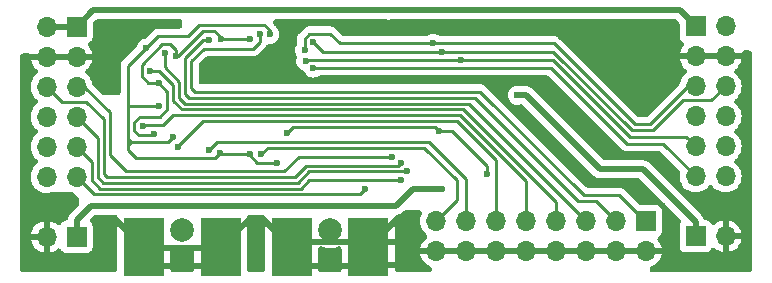
<source format=gbr>
%TF.GenerationSoftware,KiCad,Pcbnew,8.0.6*%
%TF.CreationDate,2024-11-18T23:24:10+07:00*%
%TF.ProjectId,MAX14866_PMOD,4d415831-3438-4363-965f-504d4f442e6b,rev?*%
%TF.SameCoordinates,Original*%
%TF.FileFunction,Copper,L2,Bot*%
%TF.FilePolarity,Positive*%
%FSLAX46Y46*%
G04 Gerber Fmt 4.6, Leading zero omitted, Abs format (unit mm)*
G04 Created by KiCad (PCBNEW 8.0.6) date 2024-11-18 23:24:10*
%MOMM*%
%LPD*%
G01*
G04 APERTURE LIST*
%TA.AperFunction,ComponentPad*%
%ADD10C,2.000000*%
%TD*%
%TA.AperFunction,SMDPad,CuDef*%
%ADD11R,3.500000X4.875000*%
%TD*%
%TA.AperFunction,ComponentPad*%
%ADD12R,1.700000X1.700000*%
%TD*%
%TA.AperFunction,ComponentPad*%
%ADD13O,1.700000X1.700000*%
%TD*%
%TA.AperFunction,ViaPad*%
%ADD14C,0.600000*%
%TD*%
%TA.AperFunction,Conductor*%
%ADD15C,0.500000*%
%TD*%
%TA.AperFunction,Conductor*%
%ADD16C,0.250000*%
%TD*%
G04 APERTURE END LIST*
D10*
%TO.P,REF\u002A\u002A,1*%
%TO.N,Net-(U2-COM0)*%
X26750000Y4250000D03*
%TD*%
D11*
%TO.P,J3,2,2*%
%TO.N,GND*%
X23500000Y2812500D03*
X30000000Y2812500D03*
%TD*%
D12*
%TO.P,J7,1,Pin_1*%
%TO.N,Net-(J7-Pin_1)*%
X57710000Y3760000D03*
D13*
%TO.P,J7,2,Pin_2*%
%TO.N,GND*%
X60250000Y3760000D03*
%TD*%
D12*
%TO.P,J2,1,1*%
%TO.N,+3.3V*%
X57710000Y21540000D03*
D13*
%TO.P,J2,2,2*%
X60250000Y21540000D03*
%TO.P,J2,3,3*%
%TO.N,GND*%
X57710000Y19000000D03*
%TO.P,J2,4,4*%
X60250000Y19000000D03*
%TO.P,J2,5,5*%
%TO.N,/SET*%
X57710000Y16460000D03*
%TO.P,J2,6,6*%
%TO.N,/CLR*%
X60250000Y16460000D03*
%TO.P,J2,7,7*%
%TO.N,/\u002ALE*%
X57710000Y13920000D03*
%TO.P,J2,8,8*%
%TO.N,unconnected-(J2-Pad8)*%
X60250000Y13920000D03*
%TO.P,J2,9,9*%
%TO.N,/CLK*%
X57710000Y11380000D03*
%TO.P,J2,10,10*%
%TO.N,unconnected-(J2-Pad10)*%
X60250000Y11380000D03*
%TO.P,J2,11,11*%
%TO.N,/DIN*%
X57710000Y8840000D03*
%TO.P,J2,12,12*%
%TO.N,unconnected-(J2-Pad12)*%
X60250000Y8840000D03*
%TD*%
D12*
%TO.P,J6,1,Pin_1*%
%TO.N,Net-(J6-Pin_1)*%
X5300000Y3720000D03*
D13*
%TO.P,J6,2,Pin_2*%
%TO.N,GND*%
X2760000Y3720000D03*
%TD*%
D10*
%TO.P,REF\u002A\u002A,1*%
%TO.N,Net-(U2-COM1)*%
X14250000Y4250000D03*
%TD*%
D12*
%TO.P,J4,1,1*%
%TO.N,+3.3V*%
X5300000Y21500000D03*
D13*
%TO.P,J4,2,2*%
X2760000Y21500000D03*
%TO.P,J4,3,3*%
%TO.N,GND*%
X5300000Y18960000D03*
%TO.P,J4,4,4*%
X2760000Y18960000D03*
%TO.P,J4,5,5*%
%TO.N,/SET*%
X5300000Y16420000D03*
%TO.P,J4,6,6*%
%TO.N,/CLR*%
X2760000Y16420000D03*
%TO.P,J4,7,7*%
%TO.N,/\u002ALE*%
X5300000Y13880000D03*
%TO.P,J4,8,8*%
%TO.N,unconnected-(J4-Pad8)*%
X2760000Y13880000D03*
%TO.P,J4,9,9*%
%TO.N,/CLK*%
X5300000Y11340000D03*
%TO.P,J4,10,10*%
%TO.N,unconnected-(J4-Pad10)*%
X2760000Y11340000D03*
%TO.P,J4,11,11*%
%TO.N,/DOUT*%
X5300000Y8800000D03*
%TO.P,J4,12,12*%
%TO.N,unconnected-(J4-Pad12)*%
X2760000Y8800000D03*
%TD*%
D11*
%TO.P,J1,2,2*%
%TO.N,GND*%
X11000000Y2812500D03*
X17500000Y2812500D03*
%TD*%
D12*
%TO.P,J5,1,Pin_1*%
%TO.N,/TR1*%
X53500000Y5040000D03*
D13*
%TO.P,J5,2,Pin_2*%
%TO.N,GND*%
X53500000Y2500000D03*
%TO.P,J5,3,Pin_3*%
%TO.N,/TR2*%
X50960000Y5040000D03*
%TO.P,J5,4,Pin_4*%
%TO.N,GND*%
X50960000Y2500000D03*
%TO.P,J5,5,Pin_5*%
%TO.N,/TR3*%
X48420000Y5040000D03*
%TO.P,J5,6,Pin_6*%
%TO.N,GND*%
X48420000Y2500000D03*
%TO.P,J5,7,Pin_7*%
%TO.N,/TR4*%
X45880000Y5040000D03*
%TO.P,J5,8,Pin_8*%
%TO.N,GND*%
X45880000Y2500000D03*
%TO.P,J5,9,Pin_9*%
%TO.N,/TR5*%
X43340000Y5040000D03*
%TO.P,J5,10,Pin_10*%
%TO.N,GND*%
X43340000Y2500000D03*
%TO.P,J5,11,Pin_11*%
%TO.N,/TR6*%
X40800000Y5040000D03*
%TO.P,J5,12,Pin_12*%
%TO.N,GND*%
X40800000Y2500000D03*
%TO.P,J5,13,Pin_13*%
%TO.N,/TR7*%
X38260000Y5040000D03*
%TO.P,J5,14,Pin_14*%
%TO.N,GND*%
X38260000Y2500000D03*
%TO.P,J5,15,Pin_15*%
%TO.N,/TR8*%
X35720000Y5040000D03*
%TO.P,J5,16,Pin_16*%
%TO.N,GND*%
X35720000Y2500000D03*
%TD*%
D14*
%TO.N,GND*%
X41250000Y15750000D03*
%TO.N,+3.3V*%
X31650000Y22900000D03*
%TO.N,GND*%
X52150000Y10500000D03*
X18200000Y17950000D03*
X20350000Y17950000D03*
X7750000Y17250000D03*
X8000000Y2750000D03*
X8000000Y1500000D03*
X7750000Y18750000D03*
X51150000Y10500000D03*
X5000000Y6500000D03*
X9750000Y21750000D03*
X22250000Y19600000D03*
X25200000Y21850000D03*
X20500000Y4000000D03*
X7750000Y20250000D03*
X15950000Y17950000D03*
X7750000Y21750000D03*
X3500000Y6500000D03*
X23850000Y21850000D03*
X44250000Y16950000D03*
X1000000Y2750000D03*
X55550000Y5550000D03*
X53250000Y19088000D03*
X11500000Y21750000D03*
X50300000Y11750000D03*
X32750000Y1300000D03*
X22600000Y21850000D03*
X31800000Y21450000D03*
X43950000Y21450000D03*
X1000000Y4250000D03*
X16000000Y17050000D03*
X46500000Y14750000D03*
X40150000Y21450000D03*
X13750000Y21750000D03*
X20500000Y5250000D03*
X19300000Y17950000D03*
X33750000Y5500000D03*
X17000000Y17050000D03*
X17000000Y17950000D03*
X43050000Y14050000D03*
X41900000Y21450000D03*
X56000000Y1750000D03*
X33100000Y21450000D03*
X19300000Y17050000D03*
X62000000Y1750000D03*
X56050000Y8300000D03*
X44500000Y12500000D03*
X7750000Y16000000D03*
X23050000Y20950000D03*
X1000000Y1500000D03*
X8000000Y4250000D03*
X32750000Y2500000D03*
X46500000Y11000000D03*
X38250000Y17000000D03*
X31500000Y17000000D03*
X18200000Y17050000D03*
X59000000Y1750000D03*
X1000000Y5750000D03*
X20500000Y2500000D03*
X32750000Y4000000D03*
X20350000Y17050000D03*
X20500000Y1300000D03*
X52750000Y20250000D03*
X33000000Y17000000D03*
%TO.N,Net-(J7-Pin_1)*%
X42600000Y15700000D03*
%TO.N,Net-(J6-Pin_1)*%
X36250000Y7750000D03*
%TO.N,Net-(U2-COM1)*%
X17500000Y20500000D03*
X20000000Y20500000D03*
X13750000Y19000000D03*
X11850000Y12450000D03*
X12250000Y16750000D03*
%TO.N,/DIN*%
X25350000Y18000000D03*
%TO.N,/CLR*%
X32750000Y10000000D03*
X25350000Y20200000D03*
X36200000Y19400000D03*
%TO.N,/\u002ALE*%
X36000000Y12650000D03*
X23150000Y12500000D03*
X33250000Y9250000D03*
X40050000Y9000000D03*
%TO.N,/SET*%
X24600000Y19500000D03*
X35500000Y20100000D03*
X32000000Y10500000D03*
%TO.N,/CLK*%
X24700000Y18600000D03*
X32750000Y8500000D03*
X37850000Y18700000D03*
%TO.N,Net-(U2-COM0)*%
X22250000Y10000000D03*
X17450000Y10800000D03*
X11200000Y19700000D03*
X19950000Y10750000D03*
X13450000Y12150000D03*
X21650000Y20850000D03*
X12250000Y14750000D03*
%TO.N,/DOUT*%
X29750000Y7750000D03*
%TO.N,/TR6*%
X13900000Y11300000D03*
%TO.N,/TR3*%
X12750000Y19250000D03*
%TO.N,/TR4*%
X11500000Y17750000D03*
%TO.N,/TR2*%
X16500000Y20350000D03*
%TO.N,/TR8*%
X20950000Y10700000D03*
%TO.N,/TR5*%
X10950000Y13100000D03*
%TO.N,/TR1*%
X20800000Y20850000D03*
%TO.N,/TR7*%
X16550000Y11100000D03*
%TD*%
D15*
%TO.N,+3.3V*%
X5300000Y21500000D02*
X2760000Y21500000D01*
X6700000Y22900000D02*
X5300000Y21500000D01*
X31650000Y22900000D02*
X6700000Y22900000D01*
X47100000Y22900000D02*
X56350000Y22900000D01*
X56350000Y22900000D02*
X57710000Y21540000D01*
X47100000Y22900000D02*
X31650000Y22900000D01*
%TO.N,GND*%
X28500000Y3262500D02*
X33887500Y3262500D01*
X23250000Y1250000D02*
X29750000Y1250000D01*
X33887500Y3262500D02*
X33950000Y3200000D01*
X11050000Y2750000D02*
X17550000Y2750000D01*
X23300000Y3300000D02*
X29800000Y3300000D01*
X10950000Y1250000D02*
X17450000Y1250000D01*
X28850000Y1300000D02*
X34350000Y1300000D01*
%TO.N,Net-(J7-Pin_1)*%
X49600000Y9450000D02*
X53250000Y9450000D01*
X42600000Y15700000D02*
X43350000Y15700000D01*
X57710000Y4990000D02*
X57710000Y3760000D01*
%TO.N,Net-(J6-Pin_1)*%
X6500000Y6350000D02*
X5300000Y5150000D01*
X33750000Y7750000D02*
X32350000Y6350000D01*
X5300000Y5150000D02*
X5300000Y3720000D01*
%TO.N,Net-(J7-Pin_1)*%
X43350000Y15700000D02*
X49600000Y9450000D01*
X53250000Y9450000D02*
X57710000Y4990000D01*
%TO.N,Net-(J6-Pin_1)*%
X32350000Y6350000D02*
X6500000Y6350000D01*
X36250000Y7750000D02*
X33750000Y7750000D01*
D16*
%TO.N,Net-(U2-COM1)*%
X10550000Y12350000D02*
X10200000Y12700000D01*
X16000000Y21150000D02*
X13850000Y19000000D01*
X12500000Y20000000D02*
X13250000Y20000000D01*
X13250000Y20000000D02*
X13750000Y19500000D01*
X17500000Y20500000D02*
X20000000Y20500000D01*
X13750000Y19500000D02*
X13750000Y19000000D01*
X10800000Y18300000D02*
X12500000Y20000000D01*
X10200000Y13450000D02*
X10650000Y13900000D01*
X11750000Y12350000D02*
X10550000Y12350000D01*
X11350000Y16750000D02*
X10800000Y17300000D01*
X13000000Y14500000D02*
X13000000Y16000000D01*
X16950000Y21150000D02*
X16000000Y21150000D01*
X10200000Y12700000D02*
X10200000Y13450000D01*
X10650000Y13900000D02*
X12400000Y13900000D01*
X12250000Y16750000D02*
X11350000Y16750000D01*
X12400000Y13900000D02*
X13000000Y14500000D01*
X10800000Y17300000D02*
X10800000Y18300000D01*
X13850000Y19000000D02*
X13750000Y19000000D01*
X17500000Y20500000D02*
X17500000Y20600000D01*
X13000000Y16000000D02*
X12250000Y16750000D01*
X11850000Y12450000D02*
X11750000Y12350000D01*
X17500000Y20600000D02*
X16950000Y21150000D01*
%TO.N,/DIN*%
X45500000Y18000000D02*
X51900000Y11600000D01*
X54950000Y11600000D02*
X57710000Y8840000D01*
X25350000Y18000000D02*
X45500000Y18000000D01*
X51900000Y11600000D02*
X54950000Y11600000D01*
%TO.N,/CLR*%
X25350000Y20200000D02*
X26150000Y19400000D01*
X32500000Y9750000D02*
X24750000Y9750000D01*
X3100000Y16400000D02*
X2900000Y16200000D01*
X4030000Y15150000D02*
X3100000Y16080000D01*
X24750000Y9750000D02*
X23800000Y8800000D01*
X56633794Y15258794D02*
X59048794Y15258794D01*
X7600000Y9050000D02*
X7600000Y13650000D01*
X45650000Y19400000D02*
X52300000Y12750000D01*
X54125000Y12750000D02*
X56633794Y15258794D01*
X32750000Y10000000D02*
X32500000Y9750000D01*
X59048794Y15258794D02*
X60250000Y16460000D01*
X3100000Y16080000D02*
X3100000Y16400000D01*
X7600000Y13650000D02*
X6100000Y15150000D01*
X6100000Y15150000D02*
X4030000Y15150000D01*
X7850000Y8800000D02*
X7600000Y9050000D01*
X52300000Y12750000D02*
X54125000Y12750000D01*
X23800000Y8800000D02*
X7850000Y8800000D01*
X26150000Y19400000D02*
X45650000Y19400000D01*
%TO.N,/\u002ALE*%
X23650000Y13000000D02*
X23150000Y12500000D01*
X40050000Y9700000D02*
X37100000Y12650000D01*
X33250000Y9250000D02*
X25000000Y9250000D01*
X40050000Y9000000D02*
X40050000Y9700000D01*
X7550000Y8300000D02*
X7100000Y8750000D01*
X37100000Y12650000D02*
X36000000Y12650000D01*
X7100000Y12100000D02*
X5320000Y13880000D01*
X36000000Y12650000D02*
X35650000Y13000000D01*
X5320000Y13880000D02*
X5300000Y13880000D01*
X25000000Y9250000D02*
X24050000Y8300000D01*
X24050000Y8300000D02*
X7550000Y8300000D01*
X7100000Y8750000D02*
X7100000Y12100000D01*
X35650000Y13000000D02*
X23650000Y13000000D01*
%TO.N,/SET*%
X26800000Y20900000D02*
X27600000Y20100000D01*
X8100000Y10650000D02*
X8100000Y14250000D01*
X45700000Y20100000D02*
X52550000Y13250000D01*
X24600000Y19500000D02*
X24600000Y20500000D01*
X24100000Y10500000D02*
X22900000Y9300000D01*
X25000000Y20900000D02*
X26800000Y20900000D01*
X57060000Y16460000D02*
X57710000Y16460000D01*
X8100000Y14250000D02*
X5930000Y16420000D01*
X27600000Y20100000D02*
X45700000Y20100000D01*
X5930000Y16420000D02*
X5300000Y16420000D01*
X32000000Y10500000D02*
X24100000Y10500000D01*
X52550000Y13250000D02*
X53850000Y13250000D01*
X22900000Y9300000D02*
X9450000Y9300000D01*
X9450000Y9300000D02*
X8100000Y10650000D01*
X53850000Y13250000D02*
X57060000Y16460000D01*
X24600000Y20500000D02*
X25000000Y20900000D01*
%TO.N,/CLK*%
X6600000Y10040000D02*
X5300000Y11340000D01*
X24700000Y18600000D02*
X24800000Y18700000D01*
X6600000Y8500000D02*
X6600000Y10040000D01*
X24300000Y7800000D02*
X7300000Y7800000D01*
X52150000Y12150000D02*
X56940000Y12150000D01*
X45600000Y18700000D02*
X52150000Y12150000D01*
X7300000Y7800000D02*
X6600000Y8500000D01*
X25000000Y8500000D02*
X24300000Y7800000D01*
X56940000Y12150000D02*
X57710000Y11380000D01*
X24800000Y18700000D02*
X45600000Y18700000D01*
X32750000Y8500000D02*
X25000000Y8500000D01*
%TO.N,Net-(U2-COM0)*%
X17450000Y10800000D02*
X17050000Y10400000D01*
X9700000Y14750000D02*
X12250000Y14750000D01*
X19950000Y10600000D02*
X19950000Y10750000D01*
X21650000Y21200000D02*
X21650000Y20850000D01*
X13450000Y12150000D02*
X13050000Y11750000D01*
X21200000Y21650000D02*
X21650000Y21200000D01*
X9650000Y12350000D02*
X9650000Y14700000D01*
X10350000Y10400000D02*
X9650000Y11100000D01*
X9650000Y12000000D02*
X9650000Y12350000D01*
X22250000Y10000000D02*
X20550000Y10000000D01*
X11200000Y19700000D02*
X11150000Y19700000D01*
X12225000Y20725000D02*
X14725000Y20725000D01*
X10000000Y11750000D02*
X9900000Y11750000D01*
X9900000Y11750000D02*
X9650000Y11500000D01*
X17500000Y10750000D02*
X19950000Y10750000D01*
X11200000Y19700000D02*
X12225000Y20725000D01*
X9650000Y14800000D02*
X9700000Y14750000D01*
X17050000Y10400000D02*
X10350000Y10400000D01*
X9900000Y11750000D02*
X9650000Y12000000D01*
X9650000Y18200000D02*
X9650000Y14700000D01*
X17450000Y10800000D02*
X17500000Y10750000D01*
X9650000Y11100000D02*
X9650000Y11500000D01*
X14725000Y20725000D02*
X15650000Y21650000D01*
X9650000Y14700000D02*
X9650000Y14800000D01*
X11150000Y19700000D02*
X9650000Y18200000D01*
X9650000Y11500000D02*
X9650000Y12350000D01*
X13050000Y11750000D02*
X10000000Y11750000D01*
X15650000Y21650000D02*
X21200000Y21650000D01*
X20550000Y10000000D02*
X19950000Y10600000D01*
%TO.N,/DOUT*%
X6800000Y7300000D02*
X5300000Y8800000D01*
X29300000Y7300000D02*
X6800000Y7300000D01*
X29750000Y7750000D02*
X29300000Y7300000D01*
%TO.N,/TR6*%
X13900000Y11400000D02*
X16000000Y13500000D01*
X40800000Y10200000D02*
X40800000Y5040000D01*
X16000000Y13500000D02*
X37500000Y13500000D01*
X37500000Y13500000D02*
X40800000Y10200000D01*
X13900000Y11300000D02*
X13900000Y11400000D01*
%TO.N,/TR3*%
X12750000Y18050000D02*
X12750000Y19250000D01*
X14500000Y15000000D02*
X14000000Y15500000D01*
X14000000Y16800000D02*
X12750000Y18050000D01*
X14000000Y15500000D02*
X14000000Y16800000D01*
X38500000Y15000000D02*
X14500000Y15000000D01*
X48420000Y5080000D02*
X38500000Y15000000D01*
X48420000Y5040000D02*
X48420000Y5080000D01*
%TO.N,/TR4*%
X14250000Y14500000D02*
X13500000Y15250000D01*
X12300000Y17750000D02*
X11500000Y17750000D01*
X45880000Y6620000D02*
X38000000Y14500000D01*
X13500000Y16550000D02*
X12300000Y17750000D01*
X45880000Y5040000D02*
X45880000Y6620000D01*
X38000000Y14500000D02*
X14250000Y14500000D01*
X13500000Y15250000D02*
X13500000Y16550000D01*
%TO.N,/TR2*%
X14800000Y15500000D02*
X39000000Y15500000D01*
X16000000Y20350000D02*
X14500000Y18850000D01*
X14500000Y15800000D02*
X14800000Y15500000D01*
X16500000Y20350000D02*
X16000000Y20350000D01*
X47750000Y6750000D02*
X49250000Y6750000D01*
X49250000Y6750000D02*
X50960000Y5040000D01*
X14500000Y18850000D02*
X14500000Y15800000D01*
X39000000Y15500000D02*
X47750000Y6750000D01*
%TO.N,/TR8*%
X37500000Y8500000D02*
X37500000Y6820000D01*
X34750000Y11250000D02*
X37500000Y8500000D01*
X20950000Y10700000D02*
X21500000Y11250000D01*
X21500000Y11250000D02*
X34750000Y11250000D01*
X37500000Y6820000D02*
X35720000Y5040000D01*
%TO.N,/TR5*%
X13500000Y14000000D02*
X37750000Y14000000D01*
X43340000Y8410000D02*
X43340000Y5040000D01*
X37750000Y14000000D02*
X43340000Y8410000D01*
X12650000Y13150000D02*
X13500000Y14000000D01*
X11000000Y13150000D02*
X12650000Y13150000D01*
X10950000Y13100000D02*
X11000000Y13150000D01*
%TO.N,/TR1*%
X15000000Y16350000D02*
X15000000Y18600000D01*
X20800000Y20850000D02*
X20800000Y20350000D01*
X48250000Y7250000D02*
X39500000Y16000000D01*
X16050000Y19650000D02*
X20250000Y19650000D01*
X53460000Y5040000D02*
X51250000Y7250000D01*
X15000000Y18600000D02*
X16050000Y19650000D01*
X39500000Y16000000D02*
X15350000Y16000000D01*
X20800000Y20200000D02*
X20800000Y20850000D01*
X53500000Y5040000D02*
X53460000Y5040000D01*
X20250000Y19650000D02*
X20800000Y20200000D01*
X15350000Y16000000D02*
X15000000Y16350000D01*
X51250000Y7250000D02*
X48250000Y7250000D01*
%TO.N,/TR7*%
X17200000Y11750000D02*
X35100000Y11750000D01*
X38260000Y8590000D02*
X38260000Y5040000D01*
X35100000Y11750000D02*
X38260000Y8590000D01*
X16550000Y11100000D02*
X17200000Y11750000D01*
%TD*%
%TA.AperFunction,Conductor*%
%TO.N,GND*%
G36*
X1371166Y19231046D02*
G01*
X1402664Y19210000D01*
X2326988Y19210000D01*
X2294075Y19152993D01*
X2260000Y19025826D01*
X2260000Y18894174D01*
X2294075Y18767007D01*
X2326988Y18710000D01*
X1429364Y18710000D01*
X1429363Y18709999D01*
X1486566Y18496517D01*
X1486566Y18496515D01*
X1586399Y18282424D01*
X1721889Y18088924D01*
X1888923Y17921890D01*
X1928361Y17894275D01*
X1995545Y17824093D01*
X2030757Y17733544D01*
X2028638Y17636412D01*
X1989509Y17547485D01*
X1928363Y17486339D01*
X1888602Y17458498D01*
X1721504Y17291400D01*
X1585965Y17097831D01*
X1585961Y17097823D01*
X1486098Y16883667D01*
X1486097Y16883665D01*
X1424935Y16655402D01*
X1404341Y16420006D01*
X1404341Y16419995D01*
X1424935Y16184599D01*
X1478409Y15985027D01*
X1486097Y15956337D01*
X1522045Y15879246D01*
X1585965Y15742170D01*
X1696661Y15584079D01*
X1721505Y15548599D01*
X1888599Y15381505D01*
X1927925Y15353969D01*
X1995107Y15283791D01*
X2030321Y15193242D01*
X2028202Y15096110D01*
X1989074Y15007182D01*
X1927928Y14946035D01*
X1888603Y14918499D01*
X1721504Y14751400D01*
X1585965Y14557831D01*
X1585961Y14557823D01*
X1486098Y14343667D01*
X1486097Y14343665D01*
X1424935Y14115402D01*
X1404341Y13880006D01*
X1404341Y13879995D01*
X1424935Y13644599D01*
X1477621Y13447968D01*
X1486097Y13416337D01*
X1547058Y13285606D01*
X1585965Y13202170D01*
X1693494Y13048602D01*
X1721505Y13008599D01*
X1888599Y12841505D01*
X1927925Y12813969D01*
X1995107Y12743791D01*
X2030321Y12653242D01*
X2028202Y12556110D01*
X1989074Y12467182D01*
X1927928Y12406035D01*
X1888603Y12378499D01*
X1721504Y12211400D01*
X1585965Y12017831D01*
X1585961Y12017823D01*
X1486098Y11803667D01*
X1486097Y11803665D01*
X1424935Y11575402D01*
X1404341Y11340006D01*
X1404341Y11339995D01*
X1424935Y11104599D01*
X1486096Y10876340D01*
X1585965Y10662170D01*
X1693494Y10508602D01*
X1721505Y10468599D01*
X1888599Y10301505D01*
X1927925Y10273969D01*
X1995107Y10203791D01*
X2030321Y10113242D01*
X2028202Y10016110D01*
X1989074Y9927182D01*
X1927928Y9866035D01*
X1888603Y9838499D01*
X1721504Y9671400D01*
X1585965Y9477831D01*
X1585961Y9477823D01*
X1486098Y9263667D01*
X1486097Y9263665D01*
X1424935Y9035402D01*
X1404341Y8800006D01*
X1404341Y8799995D01*
X1424935Y8564599D01*
X1477621Y8367968D01*
X1486097Y8336337D01*
X1567313Y8162170D01*
X1585965Y8122170D01*
X1693494Y7968602D01*
X1721505Y7928599D01*
X1888599Y7761505D01*
X2082170Y7625965D01*
X2296337Y7526097D01*
X2524592Y7464937D01*
X2524595Y7464937D01*
X2524598Y7464936D01*
X2759995Y7444341D01*
X2760000Y7444341D01*
X2760005Y7444341D01*
X2995401Y7464936D01*
X2995403Y7464937D01*
X2995408Y7464937D01*
X3094604Y7491517D01*
X3159047Y7500000D01*
X4896860Y7500000D01*
X4992148Y7481046D01*
X5072930Y7427070D01*
X5427070Y7072930D01*
X5481046Y6992148D01*
X5500000Y6896860D01*
X5500000Y6514508D01*
X5481046Y6419220D01*
X5427070Y6338439D01*
X4717048Y5628417D01*
X4700261Y5603294D01*
X4675249Y5565858D01*
X4634919Y5505500D01*
X4634913Y5505490D01*
X4578341Y5368913D01*
X4557228Y5262774D01*
X4520047Y5173015D01*
X4451347Y5104317D01*
X4361587Y5067139D01*
X4344099Y5064465D01*
X4342515Y5064091D01*
X4207670Y5013797D01*
X4144633Y4966607D01*
X4092454Y4927546D01*
X4025475Y4838073D01*
X3995531Y4798073D01*
X3992314Y4800482D01*
X3951340Y4751498D01*
X3865231Y4706505D01*
X3768458Y4697890D01*
X3675756Y4726964D01*
X3635137Y4754704D01*
X3631081Y4758107D01*
X3437576Y4893601D01*
X3223484Y4993434D01*
X3010001Y5050637D01*
X3010000Y5050636D01*
X3010000Y4153012D01*
X2952993Y4185925D01*
X2825826Y4220000D01*
X2694174Y4220000D01*
X2567007Y4185925D01*
X2510000Y4153012D01*
X2510000Y5050636D01*
X2509998Y5050637D01*
X2296516Y4993434D01*
X2296505Y4993430D01*
X2082428Y4893604D01*
X2082420Y4893600D01*
X1888923Y4758111D01*
X1721889Y4591077D01*
X1586400Y4397580D01*
X1586396Y4397572D01*
X1486570Y4183495D01*
X1486566Y4183484D01*
X1429363Y3970002D01*
X1429364Y3970000D01*
X2326988Y3970000D01*
X2294075Y3912993D01*
X2260000Y3785826D01*
X2260000Y3654174D01*
X2294075Y3527007D01*
X2326988Y3470000D01*
X1429364Y3470000D01*
X1429363Y3469999D01*
X1486566Y3256517D01*
X1486566Y3256515D01*
X1586399Y3042424D01*
X1721889Y2848924D01*
X1888923Y2681890D01*
X2082423Y2546400D01*
X2296511Y2446569D01*
X2510000Y2389365D01*
X2510000Y3286988D01*
X2567007Y3254075D01*
X2694174Y3220000D01*
X2825826Y3220000D01*
X2952993Y3254075D01*
X3010000Y3286988D01*
X3010000Y2389365D01*
X3223488Y2446569D01*
X3437576Y2546400D01*
X3631079Y2681892D01*
X3635128Y2685289D01*
X3638839Y2687326D01*
X3639983Y2688126D01*
X3640070Y2688001D01*
X3720305Y2732023D01*
X3816882Y2742603D01*
X3910157Y2715420D01*
X3985928Y2654611D01*
X3994907Y2641461D01*
X3995531Y2641927D01*
X4006203Y2627671D01*
X4006204Y2627669D01*
X4092454Y2512454D01*
X4207669Y2426204D01*
X4342517Y2375909D01*
X4402127Y2369500D01*
X6197872Y2369501D01*
X6257483Y2375909D01*
X6392331Y2426204D01*
X6507546Y2512454D01*
X6593796Y2627669D01*
X6644091Y2762517D01*
X6650500Y2822127D01*
X6650499Y4617872D01*
X6644091Y4677483D01*
X6593796Y4812331D01*
X6507546Y4927546D01*
X6507542Y4927549D01*
X6499299Y4935792D01*
X6445323Y5016574D01*
X6426369Y5111862D01*
X6445323Y5207150D01*
X6499299Y5287932D01*
X6737937Y5526570D01*
X6818719Y5580546D01*
X6914007Y5599500D01*
X8525557Y5599500D01*
X8620845Y5580546D01*
X8701627Y5526570D01*
X8755603Y5445788D01*
X8768867Y5403427D01*
X8770601Y5395452D01*
X11177483Y2988570D01*
X11231459Y2907788D01*
X11250413Y2812500D01*
X11231459Y2717212D01*
X11177483Y2636430D01*
X11176070Y2635017D01*
X11095288Y2581041D01*
X11000000Y2562087D01*
X10904712Y2581041D01*
X10823930Y2635017D01*
X8750000Y4708947D01*
X8750000Y999000D01*
X8731046Y903712D01*
X8677070Y822930D01*
X8596288Y768954D01*
X8501000Y750000D01*
X751188Y750000D01*
X655900Y768954D01*
X575118Y822930D01*
X521142Y903712D01*
X503754Y971122D01*
X502066Y986104D01*
X500500Y1013982D01*
X500500Y19001000D01*
X519454Y19096288D01*
X573430Y19177070D01*
X654212Y19231046D01*
X749500Y19250000D01*
X1275878Y19250000D01*
X1371166Y19231046D01*
G37*
%TD.AperFunction*%
%TA.AperFunction,Conductor*%
G36*
X13594288Y2897209D02*
G01*
X13617499Y2886158D01*
X13645190Y2871172D01*
X13779859Y2824940D01*
X13880378Y2790431D01*
X13880382Y2790431D01*
X13880386Y2790429D01*
X14125665Y2749500D01*
X14374335Y2749500D01*
X14619614Y2790429D01*
X14619618Y2790431D01*
X14619621Y2790431D01*
X14673907Y2809068D01*
X14854810Y2871172D01*
X14882489Y2886152D01*
X14975309Y2914834D01*
X15072044Y2905813D01*
X15157963Y2860459D01*
X15219987Y2785678D01*
X15248671Y2692854D01*
X15250000Y2667163D01*
X15250000Y999000D01*
X15231046Y903712D01*
X15177070Y822930D01*
X15096288Y768954D01*
X15001000Y750000D01*
X13499000Y750000D01*
X13403712Y768954D01*
X13322930Y822930D01*
X13268954Y903712D01*
X13250000Y999000D01*
X13250000Y2667163D01*
X13268954Y2762451D01*
X13322930Y2843233D01*
X13403712Y2897209D01*
X13499000Y2916163D01*
X13594288Y2897209D01*
G37*
%TD.AperFunction*%
%TA.AperFunction,Conductor*%
G36*
X21120845Y5580546D02*
G01*
X21201627Y5526570D01*
X21255603Y5445788D01*
X21268867Y5403427D01*
X21270601Y5395452D01*
X23677483Y2988570D01*
X23731459Y2907788D01*
X23750413Y2812500D01*
X23731459Y2717212D01*
X23677483Y2636430D01*
X23676070Y2635017D01*
X23595288Y2581041D01*
X23500000Y2562087D01*
X23404712Y2581041D01*
X23323930Y2635017D01*
X21250000Y4708947D01*
X21250000Y999000D01*
X21231046Y903712D01*
X21177070Y822930D01*
X21096288Y768954D01*
X21001000Y750000D01*
X19999000Y750000D01*
X19903712Y768954D01*
X19822930Y822930D01*
X19768954Y903712D01*
X19750000Y999000D01*
X19750000Y4708947D01*
X19749999Y4708947D01*
X17676070Y2635017D01*
X17595288Y2581041D01*
X17500000Y2562087D01*
X17404712Y2581041D01*
X17323930Y2635017D01*
X17322516Y2636431D01*
X17268540Y2717213D01*
X17249586Y2812501D01*
X17268540Y2907789D01*
X17322516Y2988571D01*
X19729397Y5395453D01*
X19731133Y5403429D01*
X19769909Y5492511D01*
X19839823Y5559973D01*
X19930232Y5595544D01*
X19974442Y5599500D01*
X21025557Y5599500D01*
X21120845Y5580546D01*
G37*
%TD.AperFunction*%
%TA.AperFunction,Conductor*%
G36*
X26094288Y2897209D02*
G01*
X26117499Y2886158D01*
X26145190Y2871172D01*
X26279859Y2824940D01*
X26380378Y2790431D01*
X26380382Y2790431D01*
X26380386Y2790429D01*
X26625665Y2749500D01*
X26874335Y2749500D01*
X27119614Y2790429D01*
X27119618Y2790431D01*
X27119621Y2790431D01*
X27173907Y2809068D01*
X27354810Y2871172D01*
X27382489Y2886152D01*
X27475309Y2914834D01*
X27572044Y2905813D01*
X27657963Y2860459D01*
X27719987Y2785678D01*
X27748671Y2692854D01*
X27750000Y2667163D01*
X27750000Y999000D01*
X27731046Y903712D01*
X27677070Y822930D01*
X27596288Y768954D01*
X27501000Y750000D01*
X25999000Y750000D01*
X25903712Y768954D01*
X25822930Y822930D01*
X25768954Y903712D01*
X25750000Y999000D01*
X25750000Y2667163D01*
X25768954Y2762451D01*
X25822930Y2843233D01*
X25903712Y2897209D01*
X25999000Y2916163D01*
X26094288Y2897209D01*
G37*
%TD.AperFunction*%
%TA.AperFunction,Conductor*%
G36*
X34381980Y5981046D02*
G01*
X34462762Y5927070D01*
X34516738Y5846288D01*
X34535692Y5751000D01*
X34516738Y5655712D01*
X34512362Y5645767D01*
X34446097Y5503664D01*
X34384935Y5275402D01*
X34364341Y5040006D01*
X34364341Y5039995D01*
X34384935Y4804599D01*
X34434967Y4617873D01*
X34446097Y4576337D01*
X34529453Y4397580D01*
X34545965Y4362170D01*
X34645513Y4220000D01*
X34681505Y4168599D01*
X34848599Y4001505D01*
X34888362Y3973662D01*
X34955544Y3903483D01*
X34990757Y3812933D01*
X34988638Y3715802D01*
X34949509Y3626874D01*
X34888364Y3565728D01*
X34848923Y3538111D01*
X34681889Y3371077D01*
X34546400Y3177580D01*
X34546396Y3177572D01*
X34446570Y2963495D01*
X34446566Y2963484D01*
X34389363Y2750002D01*
X34389364Y2750000D01*
X35286988Y2750000D01*
X35254075Y2692993D01*
X35220000Y2565826D01*
X35220000Y2434174D01*
X35254075Y2307007D01*
X35286988Y2250000D01*
X34389364Y2250000D01*
X34389363Y2249999D01*
X34446566Y2036517D01*
X34446566Y2036515D01*
X34546399Y1822424D01*
X34681889Y1628924D01*
X34848923Y1461890D01*
X35042423Y1326400D01*
X35260580Y1224671D01*
X35338930Y1167222D01*
X35389332Y1084163D01*
X35404111Y988139D01*
X35381019Y893768D01*
X35323570Y815418D01*
X35240511Y765016D01*
X35155348Y750000D01*
X32499000Y750000D01*
X32403712Y768954D01*
X32322930Y822930D01*
X32268954Y903712D01*
X32250000Y999000D01*
X32250000Y4708947D01*
X32249999Y4708947D01*
X30176070Y2635017D01*
X30095288Y2581041D01*
X30000000Y2562087D01*
X29904712Y2581041D01*
X29823930Y2635017D01*
X29822516Y2636431D01*
X29768540Y2717213D01*
X29749586Y2812501D01*
X29768540Y2907789D01*
X29822516Y2988571D01*
X32229396Y5395452D01*
X32232307Y5408833D01*
X32271082Y5497915D01*
X32340996Y5565377D01*
X32427035Y5600121D01*
X32568913Y5628342D01*
X32705495Y5684916D01*
X32788683Y5740500D01*
X32828416Y5767048D01*
X32933443Y5872075D01*
X32988439Y5927070D01*
X33069221Y5981046D01*
X33164508Y6000000D01*
X34286692Y6000000D01*
X34381980Y5981046D01*
G37*
%TD.AperFunction*%
%TA.AperFunction,Conductor*%
G36*
X31411029Y22135527D02*
G01*
X31451728Y22121287D01*
X31470745Y22114632D01*
X31470754Y22114631D01*
X31649996Y22094435D01*
X31650000Y22094435D01*
X31650004Y22094435D01*
X31789908Y22110199D01*
X31829255Y22114632D01*
X31874735Y22130546D01*
X31888971Y22135527D01*
X31971209Y22149500D01*
X47026082Y22149500D01*
X55935993Y22149500D01*
X56031281Y22130546D01*
X56112062Y22076570D01*
X56286569Y21902064D01*
X56340546Y21821283D01*
X56359500Y21725995D01*
X56359500Y20642135D01*
X56359501Y20642131D01*
X56365908Y20582520D01*
X56365909Y20582516D01*
X56416203Y20447671D01*
X56416204Y20447669D01*
X56502454Y20332454D01*
X56617669Y20246204D01*
X56617670Y20246204D01*
X56631927Y20235531D01*
X56629515Y20232311D01*
X56678437Y20191422D01*
X56723466Y20105331D01*
X56732121Y20008563D01*
X56703086Y19915848D01*
X56675302Y19875146D01*
X56671899Y19871091D01*
X56536400Y19677580D01*
X56536396Y19677572D01*
X56436570Y19463495D01*
X56436566Y19463484D01*
X56379363Y19250002D01*
X56379364Y19250000D01*
X57276988Y19250000D01*
X57244075Y19192993D01*
X57210000Y19065826D01*
X57210000Y18934174D01*
X57244075Y18807007D01*
X57276988Y18750000D01*
X56379364Y18750000D01*
X56379363Y18749999D01*
X56436566Y18536517D01*
X56436566Y18536515D01*
X56536399Y18322424D01*
X56671889Y18128924D01*
X56838923Y17961890D01*
X56878361Y17934275D01*
X56945545Y17864093D01*
X56980757Y17773544D01*
X56978638Y17676412D01*
X56939509Y17587485D01*
X56878363Y17526339D01*
X56838602Y17498498D01*
X56671504Y17331400D01*
X56535965Y17137831D01*
X56535961Y17137823D01*
X56436098Y16923667D01*
X56379073Y16710844D01*
X56336102Y16623709D01*
X56314627Y16599221D01*
X53663840Y13948431D01*
X53583058Y13894454D01*
X53487770Y13875500D01*
X52912230Y13875500D01*
X52816942Y13894454D01*
X52736160Y13948430D01*
X46185860Y20498730D01*
X46185858Y20498733D01*
X46098733Y20585858D01*
X46097864Y20586439D01*
X46034766Y20628600D01*
X46034764Y20628601D01*
X45996286Y20654312D01*
X45902443Y20693183D01*
X45902443Y20693184D01*
X45882457Y20701461D01*
X45882456Y20701462D01*
X45882452Y20701463D01*
X45774874Y20722861D01*
X45774873Y20722862D01*
X45774871Y20722862D01*
X45761611Y20725500D01*
X45761607Y20725500D01*
X45761606Y20725500D01*
X36080867Y20725500D01*
X35985579Y20744454D01*
X35948391Y20763666D01*
X35849529Y20825786D01*
X35849524Y20825788D01*
X35849522Y20825789D01*
X35679255Y20885368D01*
X35679251Y20885369D01*
X35679245Y20885370D01*
X35500004Y20905565D01*
X35499996Y20905565D01*
X35320754Y20885370D01*
X35320746Y20885369D01*
X35320745Y20885368D01*
X35150478Y20825789D01*
X35150476Y20825789D01*
X35150476Y20825788D01*
X35150470Y20825786D01*
X35051609Y20763666D01*
X34960842Y20729018D01*
X34919133Y20725500D01*
X27962230Y20725500D01*
X27866942Y20744454D01*
X27786160Y20798430D01*
X27285860Y21298730D01*
X27285858Y21298733D01*
X27198733Y21385858D01*
X27142502Y21423430D01*
X27138532Y21426083D01*
X27138529Y21426085D01*
X27096283Y21454314D01*
X27096280Y21454316D01*
X26994951Y21496287D01*
X26994948Y21496287D01*
X26994941Y21496290D01*
X26982453Y21501463D01*
X26982449Y21501464D01*
X26922032Y21513482D01*
X26861612Y21525500D01*
X26861607Y21525500D01*
X26861606Y21525500D01*
X25061606Y21525500D01*
X24938393Y21525500D01*
X24847759Y21507473D01*
X24817547Y21501463D01*
X24703714Y21454311D01*
X24703707Y21454307D01*
X24661465Y21426082D01*
X24659963Y21425077D01*
X24601264Y21385856D01*
X24201268Y20985861D01*
X24201269Y20985860D01*
X24114140Y20898731D01*
X24114137Y20898727D01*
X24084061Y20853717D01*
X24084062Y20853716D01*
X24045688Y20796286D01*
X24022076Y20739281D01*
X24022075Y20739282D01*
X23998538Y20682457D01*
X23998535Y20682445D01*
X23995783Y20668606D01*
X23995782Y20668601D01*
X23987826Y20628601D01*
X23982876Y20603714D01*
X23982560Y20602124D01*
X23974500Y20561607D01*
X23974500Y20080867D01*
X23955546Y19985579D01*
X23936334Y19948391D01*
X23874214Y19849530D01*
X23874211Y19849524D01*
X23874211Y19849522D01*
X23831896Y19728591D01*
X23814632Y19679254D01*
X23814630Y19679246D01*
X23794435Y19500004D01*
X23794435Y19500000D01*
X23814630Y19320755D01*
X23814631Y19320749D01*
X23814632Y19320745D01*
X23874211Y19150478D01*
X23874212Y19150477D01*
X23874213Y19150474D01*
X23919810Y19077907D01*
X23954457Y18987140D01*
X23951732Y18890024D01*
X23944003Y18863195D01*
X23914632Y18779256D01*
X23914630Y18779246D01*
X23894435Y18600004D01*
X23894435Y18599997D01*
X23914630Y18420755D01*
X23914631Y18420751D01*
X23914632Y18420745D01*
X23974211Y18250478D01*
X23974212Y18250477D01*
X23974214Y18250471D01*
X24070180Y18097743D01*
X24070182Y18097741D01*
X24070184Y18097738D01*
X24197738Y17970184D01*
X24197740Y17970183D01*
X24197742Y17970181D01*
X24350470Y17874215D01*
X24350473Y17874214D01*
X24350478Y17874211D01*
X24460011Y17835884D01*
X24543690Y17786523D01*
X24602110Y17708895D01*
X24612795Y17683100D01*
X24624210Y17650479D01*
X24720180Y17497743D01*
X24720182Y17497741D01*
X24720184Y17497738D01*
X24847738Y17370184D01*
X24847740Y17370183D01*
X24847742Y17370181D01*
X25000470Y17274215D01*
X25000473Y17274214D01*
X25000478Y17274211D01*
X25170745Y17214632D01*
X25170754Y17214631D01*
X25349996Y17194435D01*
X25350000Y17194435D01*
X25350004Y17194435D01*
X25489908Y17210199D01*
X25529255Y17214632D01*
X25699522Y17274211D01*
X25699527Y17274215D01*
X25699529Y17274215D01*
X25798391Y17336334D01*
X25889158Y17370982D01*
X25930867Y17374500D01*
X45137770Y17374500D01*
X45233058Y17355546D01*
X45313840Y17301570D01*
X51414139Y11201271D01*
X51414142Y11201267D01*
X51501267Y11114142D01*
X51570998Y11067549D01*
X51603715Y11045688D01*
X51621327Y11038393D01*
X51652456Y11025499D01*
X51652455Y11025499D01*
X51690586Y11009706D01*
X51717548Y10998537D01*
X51777971Y10986519D01*
X51807767Y10980592D01*
X51838392Y10974500D01*
X51838393Y10974500D01*
X51838394Y10974500D01*
X54587770Y10974500D01*
X54683058Y10955546D01*
X54763840Y10901570D01*
X56318732Y9346678D01*
X56372708Y9265896D01*
X56391662Y9170608D01*
X56383178Y9106165D01*
X56374937Y9075408D01*
X56374935Y9075402D01*
X56354341Y8840006D01*
X56354341Y8839995D01*
X56374935Y8604599D01*
X56409395Y8475989D01*
X56436097Y8376337D01*
X56535965Y8162170D01*
X56671505Y7968599D01*
X56838599Y7801505D01*
X57032170Y7665965D01*
X57246337Y7566097D01*
X57474592Y7504937D01*
X57474595Y7504937D01*
X57474598Y7504936D01*
X57709995Y7484341D01*
X57710000Y7484341D01*
X57710005Y7484341D01*
X57945401Y7504936D01*
X57945403Y7504937D01*
X57945408Y7504937D01*
X58173663Y7566097D01*
X58387830Y7665965D01*
X58581401Y7801505D01*
X58748495Y7968599D01*
X58776032Y8007926D01*
X58846211Y8075109D01*
X58936760Y8110322D01*
X59033892Y8108203D01*
X59122819Y8069075D01*
X59183967Y8007927D01*
X59211505Y7968599D01*
X59378599Y7801505D01*
X59572170Y7665965D01*
X59786337Y7566097D01*
X60014592Y7504937D01*
X60014595Y7504937D01*
X60014598Y7504936D01*
X60249995Y7484341D01*
X60250000Y7484341D01*
X60250005Y7484341D01*
X60485401Y7504936D01*
X60485403Y7504937D01*
X60485408Y7504937D01*
X60713663Y7566097D01*
X60927830Y7665965D01*
X61121401Y7801505D01*
X61288495Y7968599D01*
X61424035Y8162170D01*
X61523903Y8376337D01*
X61585063Y8604592D01*
X61585064Y8604599D01*
X61605659Y8839995D01*
X61605659Y8840006D01*
X61585064Y9075402D01*
X61585063Y9075405D01*
X61585063Y9075408D01*
X61523903Y9303663D01*
X61467089Y9425500D01*
X61424038Y9517823D01*
X61424034Y9517831D01*
X61316506Y9671397D01*
X61288495Y9711401D01*
X61121401Y9878495D01*
X61082074Y9906033D01*
X61014891Y9976211D01*
X60979678Y10066760D01*
X60981797Y10163892D01*
X61020925Y10252819D01*
X61082073Y10313968D01*
X61121401Y10341505D01*
X61288495Y10508599D01*
X61424035Y10702170D01*
X61523903Y10916337D01*
X61585063Y11144592D01*
X61590022Y11201271D01*
X61605659Y11379995D01*
X61605659Y11380006D01*
X61585064Y11615402D01*
X61585063Y11615405D01*
X61585063Y11615408D01*
X61523903Y11843663D01*
X61442690Y12017823D01*
X61424038Y12057823D01*
X61424034Y12057831D01*
X61360384Y12148732D01*
X61288495Y12251401D01*
X61121401Y12418495D01*
X61082074Y12446033D01*
X61014891Y12516211D01*
X60979678Y12606760D01*
X60981797Y12703892D01*
X61020925Y12792819D01*
X61082073Y12853968D01*
X61121401Y12881505D01*
X61288495Y13048599D01*
X61424035Y13242170D01*
X61523903Y13456337D01*
X61585063Y13684592D01*
X61592827Y13773333D01*
X61605659Y13919995D01*
X61605659Y13920006D01*
X61585064Y14155402D01*
X61585063Y14155405D01*
X61585063Y14155408D01*
X61523903Y14383663D01*
X61442690Y14557823D01*
X61424038Y14597823D01*
X61424034Y14597831D01*
X61327386Y14735858D01*
X61288495Y14791401D01*
X61121401Y14958495D01*
X61082074Y14986033D01*
X61014891Y15056211D01*
X60979678Y15146760D01*
X60981797Y15243892D01*
X61020925Y15332819D01*
X61082073Y15393968D01*
X61121401Y15421505D01*
X61288495Y15588599D01*
X61424035Y15782170D01*
X61523903Y15996337D01*
X61585063Y16224592D01*
X61585064Y16224599D01*
X61605659Y16459995D01*
X61605659Y16460006D01*
X61585064Y16695402D01*
X61585063Y16695405D01*
X61585063Y16695408D01*
X61523903Y16923663D01*
X61442690Y17097823D01*
X61424038Y17137823D01*
X61424034Y17137831D01*
X61344039Y17252075D01*
X61288495Y17331401D01*
X61121401Y17498495D01*
X61121397Y17498498D01*
X61121396Y17498499D01*
X61081638Y17526338D01*
X61014454Y17596519D01*
X60979242Y17687069D01*
X60981362Y17784200D01*
X61020491Y17873127D01*
X61081640Y17934276D01*
X61121075Y17961889D01*
X61288110Y18128924D01*
X61423600Y18322424D01*
X61523433Y18536515D01*
X61523433Y18536517D01*
X61580636Y18749999D01*
X61580636Y18750000D01*
X60683012Y18750000D01*
X60715925Y18807007D01*
X60750000Y18934174D01*
X60750000Y19065826D01*
X60715925Y19192993D01*
X60683012Y19250000D01*
X61580636Y19250000D01*
X61592467Y19265420D01*
X61591282Y19283501D01*
X61622511Y19375500D01*
X61686570Y19448545D01*
X61773706Y19491515D01*
X61838152Y19500000D01*
X62250500Y19500000D01*
X62345788Y19481046D01*
X62426570Y19427070D01*
X62480546Y19346288D01*
X62499500Y19251000D01*
X62499500Y1013982D01*
X62497934Y986104D01*
X62496246Y971122D01*
X62466743Y878555D01*
X62404062Y804325D01*
X62317745Y759732D01*
X62248812Y750000D01*
X54064652Y750000D01*
X53969364Y768954D01*
X53888582Y822930D01*
X53834606Y903712D01*
X53815652Y999000D01*
X53834606Y1094288D01*
X53888582Y1175070D01*
X53959420Y1224671D01*
X54177576Y1326400D01*
X54371076Y1461890D01*
X54538110Y1628924D01*
X54673600Y1822424D01*
X54773433Y2036515D01*
X54773433Y2036517D01*
X54830636Y2249999D01*
X54830636Y2250000D01*
X53933012Y2250000D01*
X53965925Y2307007D01*
X54000000Y2434174D01*
X54000000Y2565826D01*
X53965925Y2692993D01*
X53933012Y2750000D01*
X54830636Y2750000D01*
X54830636Y2750002D01*
X54773433Y2963484D01*
X54773429Y2963495D01*
X54673603Y3177572D01*
X54673599Y3177580D01*
X54538106Y3371082D01*
X54534704Y3375137D01*
X54532665Y3378853D01*
X54531874Y3379983D01*
X54531997Y3380070D01*
X54487974Y3460315D01*
X54477398Y3556893D01*
X54504585Y3650166D01*
X54565397Y3725936D01*
X54578540Y3734907D01*
X54578073Y3735531D01*
X54592329Y3746204D01*
X54592331Y3746204D01*
X54707546Y3832454D01*
X54793796Y3947669D01*
X54844091Y4082517D01*
X54850500Y4142127D01*
X54850499Y5937872D01*
X54844091Y5997483D01*
X54793796Y6132331D01*
X54758626Y6179312D01*
X54718651Y6262862D01*
X54693242Y6267916D01*
X54639308Y6298629D01*
X54592333Y6333795D01*
X54592331Y6333796D01*
X54503784Y6366822D01*
X54457481Y6384092D01*
X54397876Y6390500D01*
X54397873Y6390500D01*
X53097230Y6390500D01*
X53001942Y6409454D01*
X52921160Y6463430D01*
X51735860Y7648730D01*
X51735858Y7648733D01*
X51648733Y7735858D01*
X51591334Y7774211D01*
X51546286Y7804312D01*
X51508904Y7819796D01*
X51461334Y7839500D01*
X51432449Y7851465D01*
X51372032Y7863482D01*
X51311612Y7875500D01*
X51311607Y7875500D01*
X51311606Y7875500D01*
X48612231Y7875500D01*
X48516943Y7894454D01*
X48436161Y7948430D01*
X40684586Y15700004D01*
X41794435Y15700004D01*
X41794435Y15700000D01*
X41814630Y15520755D01*
X41814631Y15520749D01*
X41814632Y15520745D01*
X41874211Y15350478D01*
X41874212Y15350477D01*
X41874214Y15350471D01*
X41970180Y15197743D01*
X41970182Y15197741D01*
X41970184Y15197738D01*
X42097738Y15070184D01*
X42097740Y15070183D01*
X42097742Y15070181D01*
X42250470Y14974215D01*
X42250473Y14974214D01*
X42250478Y14974211D01*
X42420745Y14914632D01*
X42420754Y14914631D01*
X42599996Y14894435D01*
X42600000Y14894435D01*
X42600004Y14894435D01*
X42739908Y14910199D01*
X42779255Y14914632D01*
X42824735Y14930546D01*
X42838971Y14935527D01*
X42921209Y14949500D01*
X42935992Y14949500D01*
X43031280Y14930546D01*
X43112062Y14876570D01*
X49121584Y8867048D01*
X49190883Y8820745D01*
X49244505Y8784916D01*
X49381087Y8728342D01*
X49526080Y8699501D01*
X49526081Y8699500D01*
X49526082Y8699500D01*
X49526083Y8699500D01*
X49673918Y8699500D01*
X52835992Y8699500D01*
X52931280Y8680546D01*
X53012062Y8626570D01*
X54964600Y6674032D01*
X55018576Y6593250D01*
X55024381Y6564066D01*
X55085015Y6542676D01*
X55134031Y6504601D01*
X56422082Y5216551D01*
X56476058Y5135769D01*
X56495012Y5040481D01*
X56476058Y4945193D01*
X56445346Y4891260D01*
X56416205Y4852333D01*
X56365908Y4717482D01*
X56359500Y4657877D01*
X56359500Y2862135D01*
X56359500Y2862132D01*
X56359501Y2862128D01*
X56360920Y2848924D01*
X56365908Y2802520D01*
X56365909Y2802516D01*
X56416203Y2667671D01*
X56416204Y2667669D01*
X56502454Y2552454D01*
X56617669Y2466204D01*
X56752517Y2415909D01*
X56812127Y2409500D01*
X58607872Y2409501D01*
X58667483Y2415909D01*
X58802331Y2466204D01*
X58917546Y2552454D01*
X59003796Y2667669D01*
X59003796Y2667671D01*
X59014469Y2681927D01*
X59017692Y2679515D01*
X59058534Y2728403D01*
X59144614Y2773451D01*
X59241381Y2782128D01*
X59334102Y2753114D01*
X59374863Y2725296D01*
X59378918Y2721894D01*
X59572423Y2586400D01*
X59786511Y2486569D01*
X60000000Y2429365D01*
X60000000Y3326988D01*
X60057007Y3294075D01*
X60184174Y3260000D01*
X60315826Y3260000D01*
X60442993Y3294075D01*
X60500000Y3326988D01*
X60500000Y2429365D01*
X60713488Y2486569D01*
X60927576Y2586400D01*
X61121076Y2721890D01*
X61288110Y2888924D01*
X61423600Y3082424D01*
X61523433Y3296515D01*
X61523433Y3296517D01*
X61580636Y3509999D01*
X61580636Y3510000D01*
X60683012Y3510000D01*
X60715925Y3567007D01*
X60750000Y3694174D01*
X60750000Y3825826D01*
X60715925Y3952993D01*
X60683012Y4010000D01*
X61580636Y4010000D01*
X61580636Y4010002D01*
X61523433Y4223484D01*
X61523429Y4223495D01*
X61423603Y4437572D01*
X61423599Y4437580D01*
X61288110Y4631077D01*
X61121076Y4798111D01*
X60927576Y4933601D01*
X60713484Y5033434D01*
X60500001Y5090637D01*
X60500000Y5090636D01*
X60500000Y4193012D01*
X60442993Y4225925D01*
X60315826Y4260000D01*
X60184174Y4260000D01*
X60057007Y4225925D01*
X60000000Y4193012D01*
X60000000Y5090636D01*
X59999998Y5090637D01*
X59786516Y5033434D01*
X59786505Y5033430D01*
X59572428Y4933604D01*
X59572420Y4933600D01*
X59378909Y4798101D01*
X59374854Y4794698D01*
X59371142Y4792662D01*
X59370017Y4791874D01*
X59369930Y4791998D01*
X59289674Y4747972D01*
X59193095Y4737400D01*
X59099823Y4764591D01*
X59024057Y4825407D01*
X59015092Y4838540D01*
X59014469Y4838073D01*
X59003796Y4852330D01*
X59003796Y4852331D01*
X58917546Y4967546D01*
X58802331Y5053796D01*
X58703555Y5090637D01*
X58667481Y5104092D01*
X58612999Y5109949D01*
X58520283Y5138981D01*
X58445735Y5201283D01*
X58409573Y5262231D01*
X58375084Y5345495D01*
X58292951Y5468416D01*
X58249334Y5512033D01*
X58188416Y5572952D01*
X58188416Y5572951D01*
X53728416Y10032952D01*
X53647071Y10087304D01*
X53605495Y10115084D01*
X53605491Y10115086D01*
X53605489Y10115087D01*
X53512666Y10153535D01*
X53468913Y10171658D01*
X53468911Y10171659D01*
X53323920Y10200500D01*
X53323918Y10200500D01*
X50014008Y10200500D01*
X49918720Y10219454D01*
X49837938Y10273430D01*
X46869195Y13242173D01*
X43828416Y16282952D01*
X43827306Y16283694D01*
X43745438Y16338395D01*
X43745433Y16338398D01*
X43705496Y16365084D01*
X43705490Y16365087D01*
X43568914Y16421658D01*
X43568911Y16421659D01*
X43423920Y16450500D01*
X43423918Y16450500D01*
X42921209Y16450500D01*
X42838971Y16464473D01*
X42779259Y16485367D01*
X42779256Y16485368D01*
X42779255Y16485368D01*
X42779253Y16485369D01*
X42779245Y16485370D01*
X42600004Y16505565D01*
X42599996Y16505565D01*
X42420754Y16485370D01*
X42420746Y16485369D01*
X42420745Y16485368D01*
X42250478Y16425789D01*
X42250476Y16425789D01*
X42250476Y16425788D01*
X42250470Y16425786D01*
X42097742Y16329820D01*
X41970180Y16202258D01*
X41874214Y16049530D01*
X41874211Y16049524D01*
X41874211Y16049522D01*
X41834371Y15935664D01*
X41814632Y15879254D01*
X41814630Y15879246D01*
X41794435Y15700004D01*
X40684586Y15700004D01*
X39985859Y16398731D01*
X39985858Y16398733D01*
X39898733Y16485858D01*
X39829002Y16532451D01*
X39796286Y16554312D01*
X39796285Y16554313D01*
X39796283Y16554314D01*
X39796280Y16554316D01*
X39702446Y16593182D01*
X39682457Y16601461D01*
X39682457Y16601462D01*
X39682452Y16601463D01*
X39601580Y16617549D01*
X39601576Y16617550D01*
X39601573Y16617551D01*
X39561610Y16625500D01*
X39561607Y16625500D01*
X39561606Y16625500D01*
X15874500Y16625500D01*
X15779212Y16644454D01*
X15698430Y16698430D01*
X15644454Y16779212D01*
X15625500Y16874500D01*
X15625500Y18237770D01*
X15644454Y18333058D01*
X15698430Y18413840D01*
X16236160Y18951570D01*
X16316942Y19005546D01*
X16412230Y19024500D01*
X20311607Y19024500D01*
X20372026Y19036519D01*
X20372030Y19036519D01*
X20402662Y19042612D01*
X20432452Y19048537D01*
X20473330Y19065470D01*
X20473333Y19065470D01*
X20519336Y19084526D01*
X20546286Y19095688D01*
X20597509Y19129916D01*
X20648733Y19164142D01*
X20735858Y19251267D01*
X20735858Y19251269D01*
X20756358Y19271768D01*
X20756359Y19271771D01*
X21285857Y19801266D01*
X21288034Y19804523D01*
X21354311Y19903714D01*
X21354314Y19903723D01*
X21360079Y19914505D01*
X21362427Y19913250D01*
X21405413Y19977609D01*
X21486183Y20031602D01*
X21581467Y20050576D01*
X21609389Y20049011D01*
X21650000Y20044435D01*
X21650001Y20044436D01*
X21650002Y20044435D01*
X21650004Y20044435D01*
X21789908Y20060199D01*
X21829255Y20064632D01*
X21999522Y20124211D01*
X21999527Y20124215D01*
X21999529Y20124215D01*
X22123739Y20202262D01*
X22152262Y20220184D01*
X22279816Y20347738D01*
X22351301Y20461505D01*
X22375785Y20500471D01*
X22375785Y20500473D01*
X22375789Y20500478D01*
X22435368Y20670745D01*
X22443673Y20744454D01*
X22455565Y20849997D01*
X22455565Y20850004D01*
X22435369Y21029246D01*
X22435368Y21029255D01*
X22375789Y21199522D01*
X22375786Y21199527D01*
X22375785Y21199530D01*
X22279817Y21352262D01*
X22271099Y21363193D01*
X22273745Y21365304D01*
X22233807Y21425075D01*
X22233390Y21426083D01*
X22204312Y21496286D01*
X22169267Y21548733D01*
X22135858Y21598733D01*
X22048733Y21685858D01*
X22048729Y21685861D01*
X22010160Y21724430D01*
X21956184Y21805212D01*
X21937230Y21900500D01*
X21956184Y21995788D01*
X22010160Y22076570D01*
X22090942Y22130546D01*
X22186230Y22149500D01*
X31328791Y22149500D01*
X31411029Y22135527D01*
G37*
%TD.AperFunction*%
%TA.AperFunction,Conductor*%
G36*
X37794075Y2692993D02*
G01*
X37760000Y2565826D01*
X37760000Y2434174D01*
X37794075Y2307007D01*
X37826988Y2250000D01*
X36153012Y2250000D01*
X36185925Y2307007D01*
X36220000Y2434174D01*
X36220000Y2565826D01*
X36185925Y2692993D01*
X36153012Y2750000D01*
X37826988Y2750000D01*
X37794075Y2692993D01*
G37*
%TD.AperFunction*%
%TA.AperFunction,Conductor*%
G36*
X40334075Y2692993D02*
G01*
X40300000Y2565826D01*
X40300000Y2434174D01*
X40334075Y2307007D01*
X40366988Y2250000D01*
X38693012Y2250000D01*
X38725925Y2307007D01*
X38760000Y2434174D01*
X38760000Y2565826D01*
X38725925Y2692993D01*
X38693012Y2750000D01*
X40366988Y2750000D01*
X40334075Y2692993D01*
G37*
%TD.AperFunction*%
%TA.AperFunction,Conductor*%
G36*
X42874075Y2692993D02*
G01*
X42840000Y2565826D01*
X42840000Y2434174D01*
X42874075Y2307007D01*
X42906988Y2250000D01*
X41233012Y2250000D01*
X41265925Y2307007D01*
X41300000Y2434174D01*
X41300000Y2565826D01*
X41265925Y2692993D01*
X41233012Y2750000D01*
X42906988Y2750000D01*
X42874075Y2692993D01*
G37*
%TD.AperFunction*%
%TA.AperFunction,Conductor*%
G36*
X45414075Y2692993D02*
G01*
X45380000Y2565826D01*
X45380000Y2434174D01*
X45414075Y2307007D01*
X45446988Y2250000D01*
X43773012Y2250000D01*
X43805925Y2307007D01*
X43840000Y2434174D01*
X43840000Y2565826D01*
X43805925Y2692993D01*
X43773012Y2750000D01*
X45446988Y2750000D01*
X45414075Y2692993D01*
G37*
%TD.AperFunction*%
%TA.AperFunction,Conductor*%
G36*
X47954075Y2692993D02*
G01*
X47920000Y2565826D01*
X47920000Y2434174D01*
X47954075Y2307007D01*
X47986988Y2250000D01*
X46313012Y2250000D01*
X46345925Y2307007D01*
X46380000Y2434174D01*
X46380000Y2565826D01*
X46345925Y2692993D01*
X46313012Y2750000D01*
X47986988Y2750000D01*
X47954075Y2692993D01*
G37*
%TD.AperFunction*%
%TA.AperFunction,Conductor*%
G36*
X50494075Y2692993D02*
G01*
X50460000Y2565826D01*
X50460000Y2434174D01*
X50494075Y2307007D01*
X50526988Y2250000D01*
X48853012Y2250000D01*
X48885925Y2307007D01*
X48920000Y2434174D01*
X48920000Y2565826D01*
X48885925Y2692993D01*
X48853012Y2750000D01*
X50526988Y2750000D01*
X50494075Y2692993D01*
G37*
%TD.AperFunction*%
%TA.AperFunction,Conductor*%
G36*
X53034075Y2692993D02*
G01*
X53000000Y2565826D01*
X53000000Y2434174D01*
X53034075Y2307007D01*
X53066988Y2250000D01*
X51393012Y2250000D01*
X51425925Y2307007D01*
X51460000Y2434174D01*
X51460000Y2565826D01*
X51425925Y2692993D01*
X51393012Y2750000D01*
X53066988Y2750000D01*
X53034075Y2692993D01*
G37*
%TD.AperFunction*%
%TA.AperFunction,Conductor*%
G36*
X14146643Y22130546D02*
G01*
X14227425Y22076570D01*
X14250000Y22042784D01*
X14250000Y21753002D01*
X14250000Y21599500D01*
X14231046Y21504212D01*
X14177070Y21423430D01*
X14096288Y21369454D01*
X14001000Y21350500D01*
X12163387Y21350500D01*
X12102968Y21338482D01*
X12042550Y21326465D01*
X12031801Y21322012D01*
X12029572Y21321088D01*
X12029569Y21321087D01*
X11928716Y21279313D01*
X11915241Y21270309D01*
X11892666Y21255225D01*
X11826269Y21210860D01*
X11739139Y21123730D01*
X11739138Y21123730D01*
X11172547Y20557140D01*
X11091766Y20503164D01*
X11024360Y20485776D01*
X11020750Y20485370D01*
X10952548Y20461505D01*
X10850478Y20425789D01*
X10850476Y20425789D01*
X10850476Y20425788D01*
X10850470Y20425786D01*
X10697742Y20329820D01*
X10570180Y20202258D01*
X10474214Y20049530D01*
X10474209Y20049519D01*
X10417237Y19886703D01*
X10367875Y19803022D01*
X10358281Y19792875D01*
X9251269Y18685861D01*
X9251269Y18685860D01*
X9164140Y18598731D01*
X9135298Y18555565D01*
X9135297Y18555564D01*
X9095687Y18496285D01*
X9095685Y18496281D01*
X9064401Y18420751D01*
X9064399Y18420745D01*
X9048536Y18382452D01*
X9047154Y18375500D01*
X9044391Y18361607D01*
X9036597Y18322424D01*
X9025274Y18265496D01*
X9025268Y18265467D01*
X9024500Y18261609D01*
X9024500Y15949000D01*
X9005546Y15853712D01*
X8951570Y15772930D01*
X8870788Y15718954D01*
X8775500Y15700000D01*
X7637730Y15700000D01*
X7542442Y15718954D01*
X7461660Y15772930D01*
X6702540Y16532050D01*
X6648564Y16612832D01*
X6639121Y16645240D01*
X6637877Y16644906D01*
X6601890Y16779212D01*
X6573903Y16883663D01*
X6474035Y17097829D01*
X6446025Y17137831D01*
X6406391Y17194435D01*
X6338495Y17291401D01*
X6171401Y17458495D01*
X6171397Y17458498D01*
X6171396Y17458499D01*
X6131638Y17486338D01*
X6064454Y17556519D01*
X6029242Y17647069D01*
X6031362Y17744200D01*
X6070491Y17833127D01*
X6131640Y17894276D01*
X6171075Y17921889D01*
X6338110Y18088924D01*
X6473600Y18282424D01*
X6573433Y18496515D01*
X6573433Y18496517D01*
X6630636Y18709999D01*
X6630636Y18710000D01*
X5733012Y18710000D01*
X5765925Y18767007D01*
X5800000Y18894174D01*
X5800000Y19025826D01*
X5765925Y19152993D01*
X5733012Y19210000D01*
X6630636Y19210000D01*
X6630636Y19210002D01*
X6573433Y19423484D01*
X6573429Y19423495D01*
X6473603Y19637572D01*
X6473599Y19637580D01*
X6338106Y19831082D01*
X6334704Y19835137D01*
X6332665Y19838853D01*
X6331874Y19839983D01*
X6331997Y19840070D01*
X6287974Y19920315D01*
X6277398Y20016893D01*
X6304585Y20110166D01*
X6365397Y20185936D01*
X6378540Y20194907D01*
X6378073Y20195531D01*
X6392329Y20206204D01*
X6392331Y20206204D01*
X6507546Y20292454D01*
X6593796Y20407669D01*
X6644091Y20542517D01*
X6650500Y20602127D01*
X6650499Y21685994D01*
X6669453Y21781281D01*
X6723429Y21862062D01*
X6723430Y21862063D01*
X6937938Y22076570D01*
X7018719Y22130546D01*
X7114007Y22149500D01*
X14051355Y22149500D01*
X14146643Y22130546D01*
G37*
%TD.AperFunction*%
%TA.AperFunction,Conductor*%
G36*
X4834075Y19152993D02*
G01*
X4800000Y19025826D01*
X4800000Y18894174D01*
X4834075Y18767007D01*
X4866988Y18710000D01*
X3193012Y18710000D01*
X3225925Y18767007D01*
X3260000Y18894174D01*
X3260000Y19025826D01*
X3225925Y19152993D01*
X3193012Y19210000D01*
X4866988Y19210000D01*
X4834075Y19152993D01*
G37*
%TD.AperFunction*%
%TA.AperFunction,Conductor*%
G36*
X59784075Y19192993D02*
G01*
X59750000Y19065826D01*
X59750000Y18934174D01*
X59784075Y18807007D01*
X59816988Y18750000D01*
X58143012Y18750000D01*
X58175925Y18807007D01*
X58210000Y18934174D01*
X58210000Y19065826D01*
X58175925Y19192993D01*
X58143012Y19250000D01*
X59816988Y19250000D01*
X59784075Y19192993D01*
G37*
%TD.AperFunction*%
%TD*%
M02*

</source>
